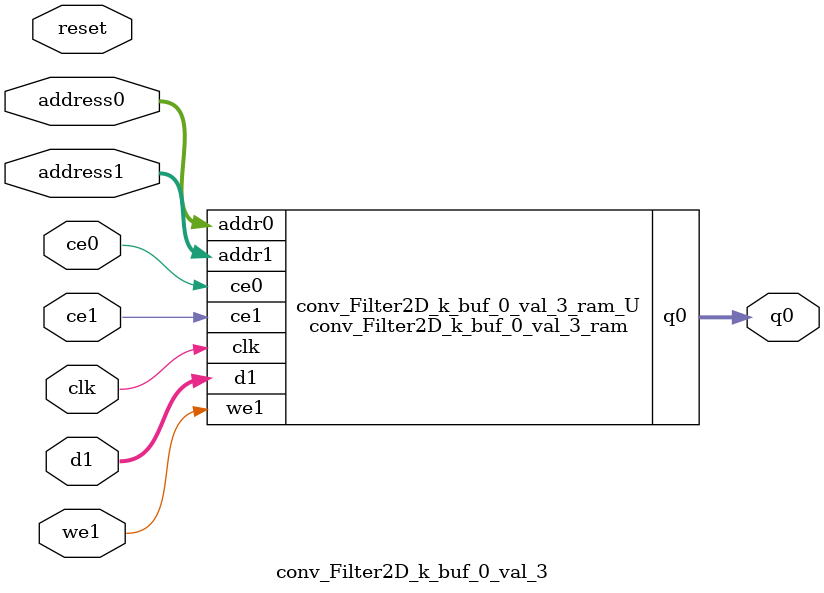
<source format=v>

`timescale 1 ns / 1 ps
module conv_Filter2D_k_buf_0_val_3_ram (addr0, ce0, q0, addr1, ce1, d1, we1,  clk);

parameter DWIDTH = 8;
parameter AWIDTH = 11;
parameter MEM_SIZE = 1920;

input[AWIDTH-1:0] addr0;
input ce0;
output reg[DWIDTH-1:0] q0;
input[AWIDTH-1:0] addr1;
input ce1;
input[DWIDTH-1:0] d1;
input we1;
input clk;

(* ram_style = "block" *)reg [DWIDTH-1:0] ram[MEM_SIZE-1:0];




always @(posedge clk)  
begin 
    if (ce0) 
    begin
            q0 <= ram[addr0];
    end
end


always @(posedge clk)  
begin 
    if (ce1) 
    begin
        if (we1) 
        begin 
            ram[addr1] <= d1; 
        end 
    end
end


endmodule


`timescale 1 ns / 1 ps
module conv_Filter2D_k_buf_0_val_3(
    reset,
    clk,
    address0,
    ce0,
    q0,
    address1,
    ce1,
    we1,
    d1);

parameter DataWidth = 32'd8;
parameter AddressRange = 32'd1920;
parameter AddressWidth = 32'd11;
input reset;
input clk;
input[AddressWidth - 1:0] address0;
input ce0;
output[DataWidth - 1:0] q0;
input[AddressWidth - 1:0] address1;
input ce1;
input we1;
input[DataWidth - 1:0] d1;



conv_Filter2D_k_buf_0_val_3_ram conv_Filter2D_k_buf_0_val_3_ram_U(
    .clk( clk ),
    .addr0( address0 ),
    .ce0( ce0 ),
    .q0( q0 ),
    .addr1( address1 ),
    .ce1( ce1 ),
    .d1( d1 ),
    .we1( we1 ));

endmodule


</source>
